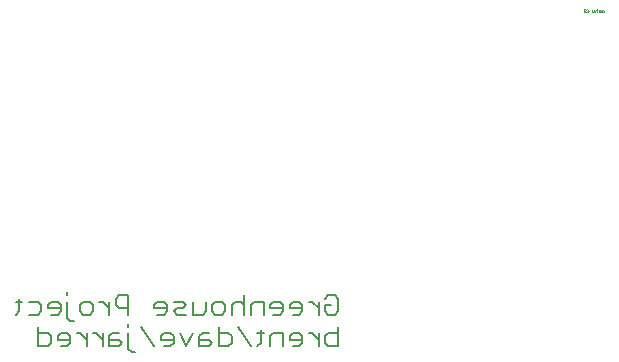
<source format=gbo>
G75*
%MOIN*%
%OFA0B0*%
%FSLAX25Y25*%
%IPPOS*%
%LPD*%
%AMOC8*
5,1,8,0,0,1.08239X$1,22.5*
%
%ADD10C,0.00600*%
%ADD11C,0.00200*%
D10*
X0131621Y0158465D02*
X0130554Y0159532D01*
X0130554Y0164870D01*
X0130554Y0167005D02*
X0130554Y0168073D01*
X0134864Y0167005D02*
X0139134Y0160600D01*
X0141310Y0162735D02*
X0145580Y0162735D01*
X0145580Y0161668D02*
X0145580Y0163803D01*
X0144512Y0164870D01*
X0142377Y0164870D01*
X0141310Y0163803D01*
X0141310Y0162735D01*
X0142377Y0160600D02*
X0144512Y0160600D01*
X0145580Y0161668D01*
X0147755Y0164870D02*
X0149890Y0160600D01*
X0152025Y0164870D01*
X0154201Y0163803D02*
X0154201Y0160600D01*
X0157403Y0160600D01*
X0158471Y0161668D01*
X0157403Y0162735D01*
X0154201Y0162735D01*
X0154201Y0163803D02*
X0155268Y0164870D01*
X0157403Y0164870D01*
X0160646Y0164870D02*
X0163849Y0164870D01*
X0164916Y0163803D01*
X0164916Y0161668D01*
X0163849Y0160600D01*
X0160646Y0160600D01*
X0160646Y0167005D01*
X0161700Y0171100D02*
X0159565Y0171100D01*
X0158498Y0172168D01*
X0158498Y0174303D01*
X0159565Y0175370D01*
X0161700Y0175370D01*
X0162768Y0174303D01*
X0162768Y0172168D01*
X0161700Y0171100D01*
X0164943Y0171100D02*
X0164943Y0174303D01*
X0166011Y0175370D01*
X0168146Y0175370D01*
X0169213Y0174303D01*
X0171389Y0174303D02*
X0171389Y0171100D01*
X0169213Y0171100D02*
X0169213Y0177505D01*
X0171389Y0174303D02*
X0172456Y0175370D01*
X0175659Y0175370D01*
X0175659Y0171100D01*
X0177834Y0173235D02*
X0177834Y0174303D01*
X0178902Y0175370D01*
X0181037Y0175370D01*
X0182104Y0174303D01*
X0182104Y0172168D01*
X0181037Y0171100D01*
X0178902Y0171100D01*
X0177834Y0173235D02*
X0182104Y0173235D01*
X0184280Y0173235D02*
X0184280Y0174303D01*
X0185347Y0175370D01*
X0187482Y0175370D01*
X0188550Y0174303D01*
X0188550Y0172168D01*
X0187482Y0171100D01*
X0185347Y0171100D01*
X0184280Y0173235D02*
X0188550Y0173235D01*
X0190718Y0175370D02*
X0191786Y0175370D01*
X0193921Y0173235D01*
X0193921Y0171100D02*
X0193921Y0175370D01*
X0196096Y0174303D02*
X0196096Y0172168D01*
X0197164Y0171100D01*
X0199299Y0171100D01*
X0200367Y0172168D01*
X0200367Y0176438D01*
X0199299Y0177505D01*
X0197164Y0177505D01*
X0196096Y0176438D01*
X0196096Y0174303D02*
X0198232Y0174303D01*
X0200367Y0167005D02*
X0200367Y0160600D01*
X0197164Y0160600D01*
X0196096Y0161668D01*
X0196096Y0163803D01*
X0197164Y0164870D01*
X0200367Y0164870D01*
X0193921Y0164870D02*
X0193921Y0160600D01*
X0193921Y0162735D02*
X0191786Y0164870D01*
X0190718Y0164870D01*
X0188550Y0163803D02*
X0188550Y0161668D01*
X0187482Y0160600D01*
X0185347Y0160600D01*
X0184280Y0162735D02*
X0188550Y0162735D01*
X0188550Y0163803D02*
X0187482Y0164870D01*
X0185347Y0164870D01*
X0184280Y0163803D01*
X0184280Y0162735D01*
X0182104Y0160600D02*
X0182104Y0164870D01*
X0178902Y0164870D01*
X0177834Y0163803D01*
X0177834Y0160600D01*
X0175659Y0164870D02*
X0173524Y0164870D01*
X0174591Y0165938D02*
X0174591Y0161668D01*
X0173524Y0160600D01*
X0171362Y0160600D02*
X0167092Y0167005D01*
X0156322Y0172168D02*
X0155255Y0171100D01*
X0152052Y0171100D01*
X0152052Y0175370D01*
X0149877Y0174303D02*
X0148809Y0173235D01*
X0146674Y0173235D01*
X0145607Y0172168D01*
X0146674Y0171100D01*
X0149877Y0171100D01*
X0149877Y0174303D02*
X0148809Y0175370D01*
X0145607Y0175370D01*
X0143431Y0174303D02*
X0143431Y0172168D01*
X0142364Y0171100D01*
X0140229Y0171100D01*
X0139161Y0173235D02*
X0143431Y0173235D01*
X0143431Y0174303D02*
X0142364Y0175370D01*
X0140229Y0175370D01*
X0139161Y0174303D01*
X0139161Y0173235D01*
X0130540Y0173235D02*
X0127338Y0173235D01*
X0126270Y0174303D01*
X0126270Y0176438D01*
X0127338Y0177505D01*
X0130540Y0177505D01*
X0130540Y0171100D01*
X0124095Y0171100D02*
X0124095Y0175370D01*
X0124095Y0173235D02*
X0121960Y0175370D01*
X0120892Y0175370D01*
X0118724Y0174303D02*
X0118724Y0172168D01*
X0117656Y0171100D01*
X0115521Y0171100D01*
X0114453Y0172168D01*
X0114453Y0174303D01*
X0115521Y0175370D01*
X0117656Y0175370D01*
X0118724Y0174303D01*
X0112278Y0168965D02*
X0111211Y0168965D01*
X0110143Y0170032D01*
X0110143Y0175370D01*
X0110143Y0177505D02*
X0110143Y0178573D01*
X0106914Y0175370D02*
X0104778Y0175370D01*
X0103711Y0174303D01*
X0103711Y0173235D01*
X0107981Y0173235D01*
X0107981Y0172168D02*
X0107981Y0174303D01*
X0106914Y0175370D01*
X0107981Y0172168D02*
X0106914Y0171100D01*
X0104778Y0171100D01*
X0101536Y0172168D02*
X0101536Y0174303D01*
X0100468Y0175370D01*
X0097265Y0175370D01*
X0095090Y0175370D02*
X0092955Y0175370D01*
X0094023Y0176438D02*
X0094023Y0172168D01*
X0092955Y0171100D01*
X0097265Y0171100D02*
X0100468Y0171100D01*
X0101536Y0172168D01*
X0100488Y0167005D02*
X0100488Y0160600D01*
X0103691Y0160600D01*
X0104758Y0161668D01*
X0104758Y0163803D01*
X0103691Y0164870D01*
X0100488Y0164870D01*
X0106934Y0163803D02*
X0106934Y0162735D01*
X0111204Y0162735D01*
X0111204Y0161668D02*
X0111204Y0163803D01*
X0110136Y0164870D01*
X0108001Y0164870D01*
X0106934Y0163803D01*
X0108001Y0160600D02*
X0110136Y0160600D01*
X0111204Y0161668D01*
X0113372Y0164870D02*
X0114440Y0164870D01*
X0116575Y0162735D01*
X0116575Y0160600D02*
X0116575Y0164870D01*
X0118744Y0164870D02*
X0119811Y0164870D01*
X0121946Y0162735D01*
X0121946Y0160600D02*
X0121946Y0164870D01*
X0124122Y0163803D02*
X0124122Y0160600D01*
X0127324Y0160600D01*
X0128392Y0161668D01*
X0127324Y0162735D01*
X0124122Y0162735D01*
X0124122Y0163803D02*
X0125189Y0164870D01*
X0127324Y0164870D01*
X0131621Y0158465D02*
X0132689Y0158465D01*
X0156322Y0172168D02*
X0156322Y0175370D01*
D11*
X0282294Y0272067D02*
X0282461Y0271900D01*
X0282795Y0271900D01*
X0282962Y0272067D01*
X0283399Y0271900D02*
X0284067Y0272400D01*
X0283399Y0272901D01*
X0282962Y0272734D02*
X0282795Y0272901D01*
X0282461Y0272901D01*
X0282294Y0272734D01*
X0282294Y0272567D01*
X0282461Y0272400D01*
X0282294Y0272234D01*
X0282294Y0272067D01*
X0282461Y0272400D02*
X0282628Y0272400D01*
X0285085Y0272567D02*
X0285085Y0272067D01*
X0285251Y0271900D01*
X0285418Y0272067D01*
X0285585Y0271900D01*
X0285752Y0272067D01*
X0285752Y0272567D01*
X0286190Y0272400D02*
X0286190Y0271900D01*
X0286190Y0272400D02*
X0286356Y0272567D01*
X0286690Y0272567D01*
X0286857Y0272400D01*
X0287294Y0272567D02*
X0287795Y0272567D01*
X0287962Y0272400D01*
X0287795Y0272234D01*
X0287461Y0272234D01*
X0287294Y0272067D01*
X0287461Y0271900D01*
X0287962Y0271900D01*
X0288399Y0272067D02*
X0288399Y0272400D01*
X0288566Y0272567D01*
X0288900Y0272567D01*
X0289067Y0272400D01*
X0289067Y0272067D01*
X0288900Y0271900D01*
X0288566Y0271900D01*
X0288399Y0272067D01*
X0286857Y0271900D02*
X0286857Y0272901D01*
M02*

</source>
